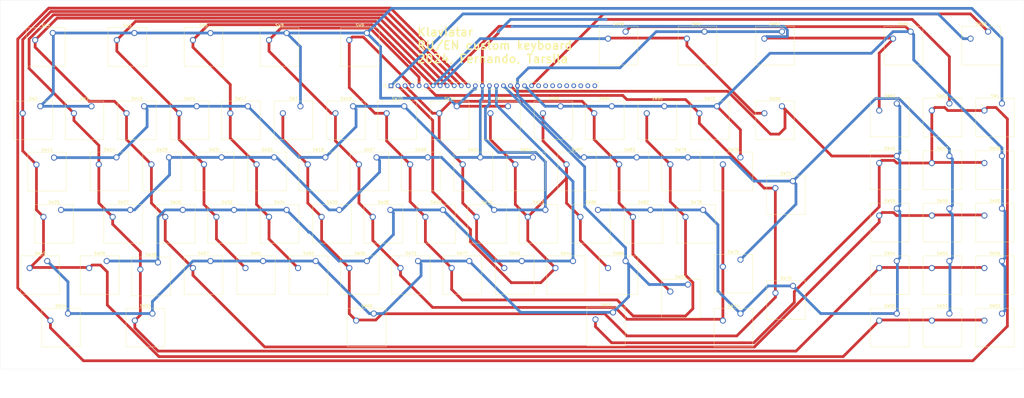
<source format=kicad_pcb>
(kicad_pcb (version 20240225) (generator "pcbnew") (generator_version "8.99")
  (layers (0 "F.Cu" signal) (31 "B.Cu" signal) (34 "B.Paste" user) (35 "F.Paste" user) (36 "B.SilkS" user "B.Silkscreen") (37 "F.SilkS" user "F.Silkscreen") (38 "B.Mask" user) (39 "F.Mask" user) (44 "Edge.Cuts" user))
  (net 0 "")
  (net 1 "/XT1_{1}")
  (net 2 "/XT2_{1}")
  (net 3 "/XT1_{2}")
  (net 4 "/XT1_{3}")
  (net 5 "/XT1_{4}")
  (net 6 "/XT1_{5}")
  (net 7 "/XT1_{6}")
  (net 8 "/XT1_{7}")
  (net 9 "/XT1_{8}")
  (net 10 "/XT1_{9}")
  (net 11 "/XT1_{10}")
  (net 12 "/XT1_{11}")
  (net 13 "/XT2_{2}")
  (net 14 "/XT2_{5}")
  (net 15 "/XT2_{3}")
  (net 16 "/XT2_{4}")
  (net 17 "/XT2_{6}")
  (net 18 "/XT2_{7}")
  (net 19 "/XT2_{8}")
  (net 20 "/XT1_{12}")
  (net 21 "/XT2_{9}")
  (footprint "Button_Switch_Keyboard:SW_Cherry_MX_1.00u_Plate" (layer "F.Cu") (at 261.04 72.42)
    (property "Reference" "SW80")
    (property "Value" "=")
  )
  (footprint "Button_Switch_Keyboard:SW_Cherry_MX_1.00u_Plate" (layer "F.Cu") (at 364.04 147.42)
    (property "Reference" "SW51")
    (property "Value" "UDAL")
  )
  (footprint "Button_Switch_Keyboard:SW_Cherry_MX_1.00u_Plate" (layer "F.Cu") (at 153.54 128.42)
    (property "Reference" "SW36")
    (property "Value" "B")
  )
  (footprint "Button_Switch_Keyboard:SW_Cherry_MX_1.00u_Plate" (layer "F.Cu") (at 280.04 72.42)
    (property "Reference" "SW72")
    (property "Value" "PEU")
  )
  (footprint "Button_Switch_Keyboard:SW_Cherry_MX_1.00u_Plate" (layer "F.Cu") (at 38.04 128.42)
    (property "Reference" "SW49")
    (property "Value" "RUS")
  )
  (footprint "Button_Switch_Keyboard:SW_Cherry_MX_1.00u_Plate" (layer "F.Cu") (at 275.54 45.42)
    (property "Reference" "SW67")
    (property "Value" "F7")
  )
  (footprint "Button_Switch_Keyboard:SW_Cherry_MX_1.00u_Plate" (layer "F.Cu") (at 242.5 147)
    (property "Reference" "SW45")
    (property "Value" "rshift")
  )
  (footprint "Button_Switch_Keyboard:SW_Cherry_MX_1.00u_Plate" (layer "F.Cu") (at 194.54 90.92)
    (property "Reference" "SW21")
    (property "Value" "I")
  )
  (footprint "Button_Switch_Keyboard:SW_Cherry_MX_1.00u_Plate" (layer "F.Cu") (at 73.04 72.42)
    (property "Reference" "SW15")
    (property "Value" "@")
  )
  (footprint "Button_Switch_Keyboard:SW_Cherry_MX_1.00u_Plate" (layer "F.Cu") (at 120.04 90.92)
    (property "Reference" "SW33")
    (property "Value" "R")
  )
  (footprint "Button_Switch_Keyboard:SW_Cherry_MX_1.00u_Plate" (layer "F.Cu") (at 40.5 91)
    (property "Reference" "SW13")
    (property "Value" "Tab")
  )
  (footprint "Button_Switch_Keyboard:SW_Cherry_MX_1.00u_Plate" (layer "F.Cu") (at 82.04 90.92)
    (property "Reference" "SW29")
    (property "Value" "W")
  )
  (footprint "Button_Switch_Keyboard:SW_Cherry_MX_1.00u_Plate" (layer "F.Cu") (at 175.54 90.92)
    (property "Reference" "SW39")
    (property "Value" "U")
  )
  (footprint "Button_Switch_Keyboard:SW_Cherry_MX_1.00u_Plate" (layer "F.Cu") (at 143.54 109.92)
    (property "Reference" "SW35")
    (property "Value" "G")
  )
  (footprint "Button_Switch_Keyboard:SW_Cherry_MX_1.00u_Plate" (layer "F.Cu") (at 156.04 147.42)
    (property "Reference" "SW69")
    (property "Value" "space")
  )
  (footprint "Button_Switch_Keyboard:SW_Cherry_MX_1.00u_Plate" (layer "F.Cu") (at 269.54 136.92)
    (property "Reference" "SW81")
    (property "Value" "left")
  )
  (footprint "Button_Switch_Keyboard:SW_Cherry_MX_1.00u_Plate" (layer "F.Cu") (at 383.04 71.42)
    (property "Reference" "SW1")
    (property "Value" "\"-\"")
  )
  (footprint "Button_Switch_Keyboard:SW_Cherry_MX_1.00u_Plate" (layer "F.Cu") (at 383.04 90.42)
    (property "Reference" "SW48")
    (property "Value" "NUM9")
  )
  (footprint "Button_Switch_Keyboard:SW_Cherry_MX_1.00u_Plate" (layer "F.Cu") (at 378.04 45.42)
    (property "Reference" "SW89")
    (property "Value" "F10")
  )
  (footprint "Button_Switch_Keyboard:SW_Cherry_MX_1.00u_Plate" (layer "F.Cu") (at 69.54 45.92)
    (property "Reference" "SW5")
    (property "Value" "F2")
  )
  (footprint "Button_Switch_Keyboard:SW_Cherry_MX_1.00u_Plate" (layer "F.Cu") (at 288.54 147.42)
    (property "Reference" "SW74")
    (property "Value" "down")
  )
  (footprint "Button_Switch_Keyboard:SW_Cherry_MX_1.00u_Plate" (layer "F.Cu") (at 40.04 45.92)
    (property "Reference" "SW4")
    (property "Value" "F1")
  )
  (footprint "Button_Switch_Keyboard:SW_Cherry_MX_1.00u_Plate" (layer "F.Cu") (at 110.54 72.42)
    (property "Reference" "SW17")
    (property "Value" "$")
  )
  (footprint "Button_Switch_Keyboard:SW_Cherry_MX_1.00u_Plate" (layer "F.Cu") (at 59.54 128.42)
    (property "Reference" "SW26")
    (property "Value" "DOL")
  )
  (footprint "Button_Switch_Keyboard:SW_Cherry_MX_1.00u_Plate" (layer "F.Cu") (at 204.54 72.42)
    (property "Reference" "SW11")
    (property "Value" "(")
  )
  (footprint "Button_Switch_Keyboard:SW_Cherry_MX_1.00u_Plate" (layer "F.Cu") (at 45.54 147.42)
    (property "Reference" "SW24")
    (property "Value" "lshift")
  )
  (footprint "Button_Switch_Keyboard:SW_Cherry_MX_1.00u_Plate" (layer "F.Cu") (at 345.04 71.42)
    (property "Reference" "SW62")
    (property "Value" "NUM")
  )
  (footprint "Button_Switch_Keyboard:SW_Cherry_MX_1.00u_Plate" (layer "F.Cu") (at 87.04 109.92)
    (property "Reference" "SW30")
    (property "Value" "S")
  )
  (footprint "Button_Switch_Keyboard:SW_Cherry_MX_1.00u_Plate" (layer "F.Cu") (at 181.04 109.92)
    (property "Reference" "SW40")
    (property "Value" "J")
  )
  (footprint "Button_Switch_Keyboard:SW_Cherry_MX_1.00u_Plate" (layer "F.Cu") (at 307.54 137.42)
    (property "Reference" "SW70")
    (property "Value" "right")
  )
  (footprint "Connector_PinHeader_2.54mm:PinHeader_1x30_P2.54mm_Vertical" (layer "F.Cu") (at 162.26 65 90)
    (property "Reference" "J1")
    (property "Value" "Conn_01x30")
  )
  (footprint "Button_Switch_Keyboard:SW_Cherry_MX_1.00u_Plate" (layer "F.Cu") (at 256.04 109.92)
    (property "Reference" "SW82")
    (property "Value" "\"")
  )
  (footprint "Button_Switch_Keyboard:SW_Cherry_MX_1.00u_Plate" (layer "F.Cu") (at 54.04 72.42)
    (property "Reference" "SW3")
    (property "Value" "!")
  )
  (footprint "Button_Switch_Keyboard:SW_Cherry_MX_1.00u_Plate" (layer "F.Cu") (at 186.04 72.42)
    (property "Reference" "SW10")
    (property "Value" "*")
  )
  (footprint "Button_Switch_Keyboard:SW_Cherry_MX_1.00u_Plate" (layer "F.Cu") (at 345.04 147.42)
    (property "Reference" "SW50")
    (property "Value" "NUM0")
  )
  (footprint "Button_Switch_Keyboard:SW_Cherry_MX_1.00u_Plate" (layer "F.Cu") (at 63.04 90.92)
    (property "Reference" "SW14")
    (property "Value" "Q")
  )
  (footprint "Button_Switch_Keyboard:SW_Cherry_MX_1.00u_Plate" (layer "F.Cu") (at 275.04 109.92)
    (property "Reference" "SW78")
    (property "Value" "\\~")
  )
  (footprint "Button_Switch_Keyboard:SW_Cherry_MX_1.00u_Plate" (layer "F.Cu") (at 350.04 45.42)
    (property "Reference" "SW64")
    (property "Value" "F9")
  )
  (footprint "Button_Switch_Keyboard:SW_Cherry_MX_1.00u_Plate" (layer "F.Cu") (at 383.04 147.42)
    (property "Reference" "SW52")
    (property "Value" "+")
  )
  (footprint "Button_Switch_Keyboard:SW_Cherry_MX_1.00u_Plate" (layer "F.Cu") (at 228.04 128.42)
    (property "Reference" "SW44")
    (property "Value" ">")
  )
  (footprint "Button_Switch_Keyboard:SW_Cherry_MX_1.00u_Plate" (layer "F.Cu") (at 345.04 109.42)
    (property "Reference" "SW58")
    (property "Value" "NUM4")
  )
  (footprint "Button_Switch_Keyboard:SW_Cherry_MX_1.00u_Plate" (layer "F.Cu") (at 35.54 72.42)
    (property "Reference" "SW2")
    (property "Value" "ESC")
  )
  (footprint "Button_Switch_Keyboard:SW_Cherry_MX_1.00u_Plate" (layer "F.Cu") (at 247.04 45.42)
    (property "Reference" "SW68")
    (property "Value" "F6")
  )
  (footprint "Button_Switch_Keyboard:SW_Cherry_MX_1.00u_Plate" (layer "F.Cu") (at 138.54 90.92)
    (property "Reference" "SW18")
    (property "Value" "T")
  )
  (footprint "Button_Switch_Keyboard:SW_Cherry_MX_1.00u_Plate" (layer "F.Cu") (at 78.04 128.92)
    (property "Reference" "SW28")
    (property "Value" "Z")
  )
  (footprint "Button_Switch_Keyboard:SW_Cherry_MX_1.00u_Plate" (layer "F.Cu") (at 383.04 109.42)
    (property "Reference" "SW60")
    (property "Value" "NUM6")
  )
  (footprint "Button_Switch_Keyboard:SW_Cherry_MX_1.00u_Plate" (layer "F.Cu") (at 213.54 90.92)
    (property "Reference" "SW22")
    (property "Value" "O")
  )
  (footprint "Button_Switch_Keyboard:SW_Cherry_MX_1.00u_Plate" (layer "F.Cu") (at 43.04 109.92)
    (property "Reference" "SW25")
    (property "Value" "caps")
  )
  (footprint "Button_Switch_Keyboard:SW_Cherry_MX_1.00u_Plate" (layer "F.Cu") (at 97.04 45.92)
    (property "Reference" "SW6")
    (property "Value" "F3")
  )
  (footprint "Button_Switch_Keyboard:SW_Cherry_MX_1.00u_Plate" (layer "F.Cu") (at 162.04 109.92)
    (property "Reference" "SW38")
    (property "Value" "H")
  )
  (footprint "Button_Switch_Keyboard:SW_Cherry_MX_1.00u_Plate" (layer "F.Cu") (at 124.54 45.92)
    (property "Reference" "SW8")
    (property "Value" "F4")
  )
  (footprint "Button_Switch_Keyboard:SW_Cherry_MX_1.00u_Plate" (layer "F.Cu") (at 209.54 128.42)
    (property "Reference" "SW42")
    (property "Value" "<")
  )
  (footprint "Button_Switch_Keyboard:SW_Cherry_MX_1.00u_Plate" (layer "F.Cu") (at 172.04 128.42)
    (property "Reference" "SW73")
    (property "Value" "N")
  )
  (footprint "Button_Switch_Keyboard:SW_Cherry_MX_1.00u_Plate" (layer "F.Cu") (at 364.04 128.42)
    (property "Reference" "SW55")
    (property "Value" "NUM2")
  )
  (footprint "Button_Switch_Keyboard:SW_Cherry_MX_1.00u_Plate" (layer "F.Cu") (at 269.54 90.92)
    (property "Reference" "SW79")
    (property "Value" "]")
  )
  (footprint "Button_Switch_Keyboard:SW_Cherry_MX_1.00u_Plate" (layer "F.Cu") (at 307.5 99.5)
    (property "Reference" "SW71")
    (property "Value" "enter")
  )
  (footprint "Button_Switch_Keyboard:SW_Cherry_MX_1.00u_Plate" (layer "F.Cu") (at 247.04 128.42)
    (property "Reference" "SW85")
    (property "Value" "?")
  )
  (footprint "Button_Switch_Keyboard:SW_Cherry_MX_1.00u_Plate" (layer "F.Cu") (at 345.04 128.42)
    (property "Reference" "SW54")
    (property "Value" "KOH")
  )
  (footprint "Button_Switch_Keyboard:SW_Cherry_MX_1.00u_Plate" (layer "F.Cu") (at 153.54 45.92)
    (property "Reference" "SW9")
    (property "Value" "F5")
  )
  (footprint "Button_Switch_Keyboard:SW_Cherry_MX_1.00u_Plate" (layer "F.Cu") (at 364.04 90.42)
    (property "Reference" "SW47")
    (property "Value" "NUM8")
  )
  (footprint "Button_Switch_Keyboard:SW_Cherry_MX_1.00u_Plate" (layer "F.Cu") (at 242.04 72.42)
    (property "Reference" "SW84")
    (property "Value" "_")
  )
  (footprint "Button_Switch_Keyboard:SW_Cherry_MX_1.00u_Plate" (layer "F.Cu") (at 251.04 90.92)
    (property "Reference" "SW83")
    (property "Value" "[")
  )
  (footprint "Button_Switch_Keyboard:SW_Cherry_MX_1.00u_Plate" (layer "F.Cu") (at 303.54 72.42)
    (property "Reference" "SW66")
    (property "Value" "back")
  )
  (footprint "Button_Switch_Keyboard:SW_Cherry_MX_1.00u_Plate" (layer "F.Cu") (at 345.04 90.42)
    (property "Reference" "SW46")
    (property "Value" "NUM7")
  )
  (footprint "Button_Switch_Keyboard:SW_Cherry_MX_1.00u_Plate" (layer "F.Cu") (at 232.04 90.92)
    (property "Reference" "SW87")
    (property "Value" "P")
  )
  (footprint "Button_Switch_Keyboard:SW_Cherry_MX_1.00u_Plate" (layer "F.Cu") (at 124.54 109.92)
    (property "Reference" "SW34")
    (property "Value" "F")
  )
  (footprint "Button_Switch_Keyboard:SW_Cherry_MX_1.00u_Plate" (layer "F.Cu") (at 92.04 72.42)
    (property "Reference" "SW16")
    (property "Value" "#")
  )
  (footprint "Button_Switch_Keyboard:SW_Cherry_MX_1.00u_Plate" (layer "F.Cu") (at 288.54 90.92)
    (property "Reference" "SW76")
    (property "Value" "\\")
  )
  (footprint "Button_Switch_Keyboard:SW_Cherry_MX_1.00u_Plate" (layer "F.Cu") (at 135.04 128.42)
    (property "Reference" "SW65")
    (property "Value" "V")
  )
  (footprint "Button_Switch_Keyboard:SW_Cherry_MX_1.00u_Plate" (layer "F.Cu") (at 190.54 128.42)
    (property "Reference" "SW77")
    (property "Value" "M")
  )
  (footprint "Button_Switch_Keyboard:SW_Cherry_MX_1.00u_Plate" (layer "F.Cu") (at 116.04 128.42)
    (property "Reference" "SW61")
    (property "Value" "C")
  )
  (footprint "Button_Switch_Keyboard:SW_Cherry_MX_1.00u_Plate" (layer "F.Cu") (at 105.54 109.92)
    (property "Reference" "SW32")
    (property "Value" "D")
  )
  (footprint "Button_Switch_Keyboard:SW_Cherry_MX_1.00u_Plate" (layer "F.Cu") (at 68.04 109.92)
    (property "Reference" "SW27")
    (property "Value" "A")
  )
  (footprint "Button_Switch_Keyboard:SW_Cherry_MX_1.00u_Plate" (layer "F.Cu") (at 97.04 128.42)
    (property "Reference" "SW57")
    (property "Value" "X")
  )
  (footprint "Button_Switch_Keyboard:SW_Cherry_MX_1.00u_Plate" (layer "F.Cu") (at 148.54 72.42)
    (property "Reference" "SW19")
    (property "Value" "^")
  )
  (footprint "Button_Switch_Keyboard:SW_Cherry_MX_1.00u_Plate" (layer "F.Cu") (at 129.54 72.42)
    (property "Reference" "SW7")
    (property "Value" "%")
  )
  (footprint "Button_Switch_Keyboard:SW_Cherry_MX_1.00u_Plate" (layer "F.Cu") (at 167.04 72.42)
    (property "Reference" "SW20")
    (property "Value" "&")
  )
  (footprint "Button_Switch_Keyboard:SW_Cherry_MX_1.00u_Plate" (layer "F.Cu") (at 237.04 109.92)
    (property "Reference" "SW86")
    (property "Value" ";")
  )
  (footprint "Button_Switch_Keyboard:SW_Cherry_MX_1.00u_Plate" (layer "F.Cu") (at 383.04 128.42)
    (property "Reference" "SW56")
    (property "Value" "NUM3")
  )
  (footprint "Button_Switch_Keyboard:SW_Cherry_MX_1.00u_Plate" (layer "F.Cu") (at 303.54 45.42)
    (property "Reference" "SW63")
    (property "Value" "F8")
  )
  (footprint "Button_Switch_Keyboard:SW_Cherry_MX_1.00u_Plate" (layer "F.Cu") (at 76.04 147.42)
    (property "Reference" "SW53")
    (property "Value" "FUNC")
  )
  (footprint "Button_Switch_Keyboard:SW_Cherry_MX_1.00u_Plate" (layer "F.Cu") (at 223.54 72.42)
    (property "Reference" "SW88")
    (property "Value" ")")
  )
  (footprint "Button_Switch_Keyboard:SW_Cherry_MX_1.00u_Plate" (layer "F.Cu") (at 101.04 90.92)
    (property "Reference" "SW31")
    (property "Value" "E")
  )
  (footprint "Button_Switch_Keyboard:SW_Cherry_MX_1.00u_Plate" (layer "F.Cu") (at 364.04 109.42)
    (property "Reference" "SW59")
    (property "Value" "NUM5")
  )
  (footprint "Button_Switch_Keyboard:SW_Cherry_MX_1.00u_Plate" (layer "F.Cu") (at 218.04 109.92)
    (property "Reference" "SW43")
    (property "Value" "L")
  )
  (footprint "Button_Switch_Keyboard:SW_Cherry_MX_1.00u_Plate" (layer "F.Cu") (at 199.54 109.92)
    (property "Reference" "SW41")
    (property "Value" "K")
  )
  (footprint "Button_Switch_Keyboard:SW_Cherry_MX_1.00u_Plate" (layer "F.Cu") (at 288.54 127.92)
    (property "Reference" "SW75")
    (property "Value" "up")
  )
  (footprint "Button_Switch_Keyboard:SW_Cherry_MX_1.00u_Plate" (layer "F.Cu") (at 157.04 90.92)
    (property "Reference" "SW37")
    (property "Value" "Y")
  )
  (footprint "Button_Switch_Keyboard:SW_Cherry_MX_1.00u_Plate" (layer "F.Cu") (at 364.04 71.42)
    (property "Reference" "SW12")
    (property "Value" "stop")
  )
  (gr_rect (start 21 34) (end 391 167.5) (stroke (width 0.05)) (fill none) (layer "Edge.Cuts"))
  (gr_text "Klaviatar\nRU/EN custom keyboard\n2024, Fernando, Tarsila" (at 171.5 57 0) (layer "F.SilkS") (effects (font (size 3 3) (thickness 0.5) (bold yes)) (justify left bottom)))
  (segment (start 339.65 92) (end 338.69 92.96) (width 1) (layer "F.Cu") (net 1))
  (segment (start 362.360001 72.860001) (end 363.46 73.96) (width 1) (layer "F.Cu") (net 1))
  (segment (start 385 152) (end 385 77) (width 1) (layer "F.Cu") (net 1))
  (segment (start 357.69 73.96) (end 357.69 92.96) (width 1) (layer "F.Cu") (net 1))
  (segment (start 162.12 36.92) (end 38.58 36.92) (width 1) (layer "F.Cu") (net 1))
  (segment (start 377.789999 72.860001) (end 376.69 73.96) (width 1) (layer "F.Cu") (net 1))
  (segment (start 338.69 92.96) (end 338.69 108.815585) (width 1) (layer "F.Cu") (net 1))
  (segment (start 385 77) (end 380.860001 72.860001) (width 1) (layer "F.Cu") (net 1))
  (segment (start 357.69 92.96) (end 357.9 92.75) (width 1) (layer "F.Cu") (net 1))
  (segment (start 39.19 149.96) (end 39.19 152.579087) (width 1) (layer "F.Cu") (net 1))
  (segment (start 338.69 108.815585) (end 308 139.505585) (width 1) (layer "F.Cu") (net 1))
  (segment (start 308 143.389087) (end 293.389087 158) (width 1) (layer "F.Cu") (net 1))
  (segment (start 357.69 92.96) (end 345.034415 92.96) (width 1) (layer "F.Cu") (net 1))
  (segment (start 241.990913 158) (end 236.15 152.159087) (width 1) (layer "F.Cu") (net 1))
  (segment (start 27.39 48.11) (end 27.39 138.16) (width 1) (layer "F.Cu") (net 1))
  (segment (start 357.9 92.75) (end 376.48 92.75) (width 1) (layer "F.Cu") (net 1))
  (segment (start 39.19 152.579087) (end 51.110913 164.5) (width 1) (layer "F.Cu") (net 1))
  (segment (start 358.789999 72.860001) (end 362.360001 72.860001) (width 1) (layer "F.Cu") (net 1))
  (segment (start 51.110913 164.5) (end 372.5 164.5) (width 1) (layer "F.Cu") (net 1))
  (segment (start 190.2 65) (end 162.12 36.92) (width 1) (layer "F.Cu") (net 1))
  (segment (start 345.034415 92.96) (end 344.074415 92) (width 1) (layer "F.Cu") (net 1))
  (segment (start 380.860001 72.860001) (end 377.789999 72.860001) (width 1) (layer "F.Cu") (net 1))
  (segment (start 372.5 164.5) (end 385 152) (width 1) (layer "F.Cu") (net 1))
  (segment (start 376.48 92.75) (end 376.69 92.96) (width 1) (layer "F.Cu") (net 1))
  (segment (start 344.074415 92) (end 339.65 92) (width 1) (layer "F.Cu") (net 1))
  (segment (start 27.39 138.16) (end 39.19 149.96) (width 1) (layer "F.Cu") (net 1))
  (segment (start 38.58 36.92) (end 27.39 48.11) (width 1) (layer "F.Cu") (net 1))
  (segment (start 236.15 152.159087) (end 236.15 149.54) (width 1) (layer "F.Cu") (net 1))
  (segment (start 363.46 73.96) (end 376.69 73.96) (width 1) (layer "F.Cu") (net 1))
  (segment (start 293.389087 158) (end 241.990913 158) (width 1) (layer "F.Cu") (net 1))
  (segment (start 357.69 73.96) (end 358.789999 72.860001) (width 1) (layer "F.Cu") (net 1))
  (segment (start 308 139.505585) (end 308 143.389087) (width 1) (layer "F.Cu") (net 1))
  (segment (start 186.04 72.42) (end 204.54 72.42) (width 1) (layer "F.Cu") (net 2))
  (segment (start 192.74 65) (end 192.74 66.24) (width 1) (layer "B.Cu") (net 2))
  (segment (start 372.165585 37) (end 162.46 37) (width 1) (layer "B.Cu") (net 2))
  (segment (start 186.04 72.42) (end 183.12 69.5) (width 1) (layer "B.Cu") (net 2))
  (segment (start 40.04 45.92) (end 40.04 46.04) (width 1) (layer "B.Cu") (net 2))
  (segment (start 192.22 66.24) (end 186.04 72.42) (width 1) (layer "B.Cu") (net 2))
  (segment (start 40.25 46.25) (end 40.25 67.71) (width 1) (layer "B.Cu") (net 2))
  (segment (start 54.04 72.42) (end 35.54 72.42) (width 1) (layer "B.Cu") (net 2))
  (segment (start 158.5 69.5) (end 158.5 50.88) (width 1) (layer "B.Cu") (net 2))
  (segment (start 158.5 50.88) (end 153.54 45.92) (width 1) (layer "B.Cu") (net 2))
  (segment (start 183.12 69.5) (end 158.5 69.5) (width 1) (layer "B.Cu") (net 2))
  (segment (start 40.04 46.04) (end 40.25 46.25) (width 1) (layer "B.Cu") (net 2))
  (segment (start 40.04 45.92) (end 69.54 45.92) (width 1) (layer "B.Cu") (net 2))
  (segment (start 129.54 72.42) (end 129.54 50.92) (width 1) (layer "B.Cu") (net 2))
  (segment (start 69.54 45.92) (end 97.04 45.92) (width 1) (layer "B.Cu") (net 2))
  (segment (start 129.54 50.92) (end 124.54 45.92) (width 1) (layer "B.Cu") (net 2))
  (segment (start 383.04 47.874415) (end 372.165585 37) (width 1) (layer "B.Cu") (net 2))
  (segment (start 383.04 71.42) (end 383.04 47.874415) (width 1) (layer "B.Cu") (net 2))
  (segment (start 97.04 45.92) (end 124.54 45.92) (width 1) (layer "B.Cu") (net 2))
  (segment (start 40.25 67.71) (end 35.54 72.42) (width 1) (layer "B.Cu") (net 2))
  (segment (start 162.46 37) (end 153.54 45.92) (width 1) (layer "B.Cu") (net 2))
  (segment (start 192.74 66.24) (end 192.22 66.24) (width 1) (layer "B.Cu") (net 2))
  (segment (start 124.54 45.92) (end 153.54 45.92) (width 1) (layer "B.Cu") (net 2))
  (segment (start 52.98 130.75) (end 53.19 130.96) (width 1) (layer "F.Cu") (net 3))
  (segment (start 357.48 149.75) (end 357.69 149.96) (width 1) (layer "F.Cu") (net 3))
  (segment (start 34.15 109.92) (end 36.69 112.46) (width 1) (layer "F.Cu") (net 3))
  (segment (start 187.66 65) (end 160.78 38.12) (width 1) (layer "F.Cu") (net 3))
  (segment (start 29.19 48.31) (end 29.19 74.96) (width 1) (layer "F.Cu") (net 3))
  (segment (start 34.15 93.54) (end 34.15 109.92) (width 1) (layer "F.Cu") (net 3))
  (segment (start 39.38 38.12) (end 29.19 48.31) (width 1) (layer "F.Cu") (net 3))
  (segment (start 59.75 132.360913) (end 57.249088 129.860001) (width 1) (layer "F.Cu") (net 3))
  (segment (start 54.289999 129.860001) (end 53.19 130.96) (width 1) (layer "F.Cu") (net 3))
  (segment (start 57.249088 129.860001) (end 54.289999 129.860001) (width 1) (layer "F.Cu") (net 3))
  (segment (start 338.69 149.96) (end 325.65 163) (width 1) (layer "F.Cu") (net 3))
  (segment (start 357.9 149.75) (end 357.69 149.96) (width 1) (layer "F.Cu") (net 3))
  (segment (start 59.75 144.336143) (end 59.75 132.360913) (width 1) (layer "F.Cu") (net 3))
  (segment (start 338.69 149.96) (end 338.9 149.75) (width 1) (layer "F.Cu") (net 3))
  (segment (start 160.78 38.12) (end 39.38 38.12) (width 1) (layer "F.Cu") (net 3))
  (segment (start 36.69 112.46) (end 36.69 125.96) (width 1) (layer "F.Cu") (net 3))
  (segment (start 376.48 149.75) (end 357.9 149.75) (width 1) (layer "F.Cu") (net 3))
  (segment (start 29.19 88.58) (end 34.15 93.54) (width 1) (layer "F.Cu") (net 3))
  (segment (start 36.69 125.96) (end 31.69 130.96) (width 1) (layer "F.Cu") (net 3))
  (segment (start 31.9 130.75) (end 52.98 130.75) (width 1) (layer "F.Cu") (net 3))
  (segment (start 376.69 149.96) (end 376.48 149.75) (width 1) (layer "F.Cu") (net 3))
  (segment (start 29.19 74.96) (end 29.19 88.58) (width 1) (layer "F.Cu") (net 3))
  (segment (start 325.65 163) (end 78.413857 163) (width 1) (layer "F.Cu") (net 3))
  (segment (start 338.9 149.75) (end 357.48 149.75) (width 1) (layer "F.Cu") (net 3))
  (segment (start 31.69 130.96) (end 31.9 130.75) (width 1) (layer "F.Cu") (net 3))
  (segment (start 78.413857 163) (end 59.75 144.336143) (width 1) (layer "F.Cu") (net 3))
  (segment (start 185.12 65) (end 159.44 39.32) (width 1) (layer "F.Cu") (net 4))
  (segment (start 69.69 152.579087) (end 69.69 149.96) (width 1) (layer "F.Cu") (net 4))
  (segment (start 338.9 130.75) (end 357.48 130.75) (width 1) (layer "F.Cu") (net 4))
  (segment (start 56.69 107.46) (end 61.69 112.46) (width 1) (layer "F.Cu") (net 4))
  (segment (start 40.284415 39.32) (end 31.5 48.104415) (width 1) (layer "F.Cu") (net 4))
  (segment (start 376.48 130.75) (end 376.69 130.96) (width 1) (layer "F.Cu") (net 4))
  (segment (start 71.69 125.079087) (end 71.69 131.46) (width 1) (layer "F.Cu") (net 4))
  (segment (start 338.69 130.96) (end 338.9 130.75) (width 1) (layer "F.Cu") (net 4))
  (segment (start 71.69 131.46) (end 71.69 147.96) (width 1) (layer "F.Cu") (net 4))
  (segment (start 357.48 130.75) (end 357.69 130.96) (width 1) (layer "F.Cu") (net 4))
  (segment (start 357.69 130.96) (end 357.9 130.75) (width 1) (layer "F.Cu") (net 4))
  (segment (start 61.69 115.079087) (end 71.69 125.079087) (width 1) (layer "F.Cu") (net 4))
  (segment (start 338.69 130.96) (end 308.65 161) (width 1) (layer "F.Cu") (net 4))
  (segment (start 56.69 93.46) (end 56.69 107.46) (width 1) (layer "F.Cu") (net 4))
  (segment (start 47.69 77.579087) (end 56.69 86.579087) (width 1) (layer "F.Cu") (net 4))
  (segment (start 159.44 39.32) (end 40.284415 39.32) (width 1) (layer "F.Cu") (net 4))
  (segment (start 31.5 48.104415) (end 31.5 58.77) (width 1) (layer "F.Cu") (net 4))
  (segment (start 71.69 147.96) (end 69.69 149.96) (width 1) (layer "F.Cu") (net 4))
  (segment (start 56.69 86.579087) (end 56.69 93.46) (width 1) (layer "F.Cu") (net 4))
  (segment (start 47.69 74.96) (end 47.69 77.579087) (width 1) (layer "F.Cu") (net 4))
  (segment (start 61.69 112.46) (end 61.69 115.079087) (width 1) (layer "F.Cu") (net 4))
  (segment (start 31.5 58.77) (end 47.69 74.96) (width 1) (layer "F.Cu") (net 4))
  (segment (start 78.110913 161) (end 69.69 152.579087) (width 1) (layer "F.Cu") (net 4))
  (segment (start 308.65 161) (end 78.110913 161) (width 1) (layer "F.Cu") (net 4))
  (segment (start 357.9 130.75) (end 376.48 130.75) (width 1) (layer "F.Cu") (net 4))
  (segment (start 358.54 111.96) (end 358.75 111.75) (width 1) (layer "F.Cu") (net 5))
  (segment (start 357.69 111.96) (end 358.54 111.96) (width 1) (layer "F.Cu") (net 5))
  (segment (start 66.69 74.96) (end 66.69 84.46) (width 1) (layer "F.Cu") (net 5))
  (segment (start 343.860001 110.860001) (end 344.96 111.96) (width 1) (layer "F.Cu") (net 5))
  (segment (start 376.48 111.75) (end 376.69 111.96) (width 1) (layer "F.Cu") (net 5))
  (segment (start 80.69 120.96) (end 90.69 130.96) (width 1) (layer "F.Cu") (net 5))
  (segment (start 62.35 70.62) (end 66.69 74.96) (width 1) (layer "F.Cu") (net 5))
  (segment (start 338.69 114.396143) (end 293.586143 159.5) (width 1) (layer "F.Cu") (net 5))
  (segment (start 80.69 112.46) (end 80.69 120.96) (width 1) (layer "F.Cu") (net 5))
  (segment (start 358.75 111.75) (end 376.48 111.75) (width 1) (layer "F.Cu") (net 5))
  (segment (start 66.69 84.46) (end 75.69 93.46) (width 1) (layer "F.Cu") (net 5))
  (segment (start 33.69 51.079087) (end 53.230913 70.62) (width 1) (layer "F.Cu") (net 5))
  (segment (start 33.69 48.46) (end 33.69 51.079087) (width 1) (layer "F.Cu") (net 5))
  (segment (start 182.58 65) (end 158.1 40.52) (width 1) (layer "F.Cu") (net 5))
  (segment (start 339.789999 110.860001) (end 343.860001 110.860001) (width 1) (layer "F.Cu") (net 5))
  (segment (start 116.610913 159.5) (end 90.69 133.579087) (width 1) (layer "F.Cu") (net 5))
  (segment (start 41.63 40.52) (end 33.69 48.46) (width 1) (layer "F.Cu") (net 5))
  (segment (start 344.96 111.96) (end 357.69 111.96) (width 1) (layer "F.Cu") (net 5))
  (segment (start 293.586143 159.5) (end 116.610913 159.5) (width 1) (layer "F.Cu") (net 5))
  (segment (start 53.230913 70.62) (end 62.35 70.62) (width 1) (layer "F.Cu") (net 5))
  (segment (start 75.69 107.46) (end 80.69 112.46) (width 1) (layer "F.Cu") (net 5))
  (segment (start 75.69 93.46) (end 75.69 107.46) (width 1) (layer "F.Cu") (net 5))
  (segment (start 338.69 111.96) (end 339.789999 110.860001) (width 1) (layer "F.Cu") (net 5))
  (segment (start 90.69 133.579087) (end 90.69 130.96) (width 1) (layer "F.Cu") (net 5))
  (segment (start 158.1 40.52) (end 41.63 40.52) (width 1) (layer "F.Cu") (net 5))
  (segment (start 338.69 111.96) (end 338.69 114.396143) (width 1) (layer "F.Cu") (net 5))
  (segment (start 85.69 84.46) (end 94.69 93.46) (width 1) (layer "F.Cu") (net 6))
  (segment (start 63.19 52.46) (end 85.69 74.96) (width 1) (layer "F.Cu") (net 6))
  (segment (start 99.19 112.46) (end 99.19 120.46) (width 1) (layer "F.Cu") (net 6))
  (segment (start 338.69 53.19) (end 338.69 73.96) (width 1) (layer "F.Cu") (net 6))
  (segment (start 85.69 74.96) (end 85.69 84.46) (width 1) (layer "F.Cu") (net 6))
  (segment (start 201.302944 43.5) (end 206 43.5) (width 1) (layer "F.Cu") (net 6))
  (segment (start 99.19 120.46) (end 109.69 130.96) (width 1) (layer "F.Cu") (net 6))
  (segment (start 94.69 107.96) (end 99.19 112.46) (width 1) (layer "F.Cu") (net 6))
  (segment (start 343.69 47.96) (end 343.69 48.19) (width 1) (layer "F.Cu") (net 6))
  (segment (start 343.69 47.96) (end 343.48 47.75) (width 1) (layer "F.Cu") (net 6))
  (segment (start 297.4 47.75) (end 297.19 47.96) (width 1) (layer "F.Cu") (net 6))
  (segment (start 343.69 48.19) (end 338.69 53.19) (width 1) (layer "F.Cu") (net 6))
  (segment (start 156.76 41.72) (end 69.93 41.72) (width 1) (layer "F.Cu") (net 6))
  (segment (start 180.04 65) (end 156.76 41.72) (width 1) (layer "F.Cu") (net 6))
  (segment (start 188 56.802944) (end 201.302944 43.5) (width 1) (layer "F.Cu") (net 6))
  (segment (start 63.19 48.46) (end 63.19 52.46) (width 1) (layer "F.Cu") (net 6))
  (segment (start 343.48 47.75) (end 297.4 47.75) (width 1) (layer "F.Cu") (net 6))
  (segment (start 69.93 41.72) (end 63.19 48.46) (width 1) (layer "F.Cu") (net 6))
  (segment (start 94.69 93.46) (end 94.69 107.96) (width 1) (layer "F.Cu") (net 6))
  (via (at 188 56.802944) (size 0.6) (drill 0.3) (layers "F.Cu" "B.Cu") (net 6))
  (via (at 206 43.5) (size 0.6) (drill 0.3) (layers "F.Cu" "B.Cu") (net 6))
  (segment (start 304.165585 43.5) (end 206 43.5) (width 1) (layer "B.Cu") (net 6))
  (segment (start 305.5 44.834415) (end 304.165585 43.5) (width 1) (layer "B.Cu") (net 6))
  (segment (start 297.19 47.96) (end 297.93 47.22) (width 1) (layer "B.Cu") (net 6))
  (segment (start 180.04 64.762944) (end 180.04 65) (width 1) (layer "B.Cu") (net 6))
  (segment (start 188 56.802944) (end 180.04 64.762944) (width 1) (layer "B.Cu") (net 6))
  (segment (start 305.5 47) (end 305.5 44.834415) (width 1) (layer "B.Cu") (net 6))
  (segment (start 305.28 47.22) (end 305.5 47) (width 1) (layer "B.Cu") (net 6))
  (segment (start 297.93 47.22) (end 305.28 47.22) (width 1) (layer "B.Cu") (net 6))
  (segment (start 90.69 51.079087) (end 104.19 64.579087) (width 1) (layer "F.Cu") (net 7))
  (segment (start 269.19 50.579087) (end 293.570913 74.96) (width 1) (layer "F.Cu") (net 7))
  (segment (start 90.69 48.46) (end 90.69 51.079087) (width 1) (layer "F.Cu") (net 7))
  (segment (start 96.23 42.92) (end 90.69 48.46) (width 1) (layer "F.Cu") (net 7))
  (segment (start 118.19 112.46) (end 118.19 120.46) (width 1) (layer "F.Cu") (net 7))
  (segment (start 155.42 42.92) (end 96.23 42.92) (width 1) (layer "F.Cu") (net 7))
  (segment (start 293.570913 74.96) (end 297.19 74.96) (width 1) (layer "F.Cu") (net 7))
  (segment (start 113.69 93.46) (end 113.69 107.96) (width 1) (layer "F.Cu") (net 7))
  (segment (start 104.19 64.579087) (end 104.19 74.96) (width 1) (layer "F.Cu") (net 7))
  (segment (start 269.19 47.96) (end 269.19 50.579087) (width 1) (layer "F.Cu") (net 7))
  (segment (start 104.19 83.96) (end 113.69 93.46) (width 1) (layer "F.Cu") (net 7))
  (segment (start 118.19 120.46) (end 128.69 130.96) (width 1) (layer "F.Cu") (net 7))
  (segment (start 177.5 65) (end 155.42 42.92) (width 1) (layer "F.Cu") (net 7))
  (segment (start 104.19 74.96) (end 104.19 83.96) (width 1) (layer "F.Cu") (net 7))
  (segment (start 268.98 47.75) (end 240.9 47.75) (width 1) (layer "F.Cu") (net 7))
  (segment (start 113.69 107.96) (end 118.19 112.46) (width 1) (layer "F.Cu") (net 7))
  (segment (start 269.19 47.96) (end 268.98 47.75) (width 1) (layer "F.Cu") (net 7))
  (segment (start 240.9 47.75) (end 240.69 47.96) (width 1) (layer "F.Cu") (net 7))
  (segment (start 240.69 47.96) (end 194.54 47.96) (width 1) (layer "B.Cu") (net 7))
  (segment (start 194.54 47.96) (end 177.5 65) (width 1) (layer "B.Cu") (net 7))
  (segment (start 287.205634 155.5) (end 247.5 155.5) (width 1) (layer "F.Cu") (net 8))
  (segment (start 301.19 141.515634) (end 287.205634 155.5) (width 1) (layer "F.Cu") (net 8))
  (segment (start 301.15 139.92) (end 301.19 139.96) (width 1) (layer "F.Cu") (net 8))
  (segment (start 137.19 120.96) (end 147.19 130.96) (width 1) (layer "F.Cu") (net 8))
  (segment (start 149.48 149.75) (end 149.69 149.96) (width 1) (layer "F.Cu") (net 8))
  (segment (start 156.75 149.75) (end 149.48 149.75) (width 1) (layer "F.Cu") (net 8))
  (segment (start 178.46 68.5) (end 246 68.5) (width 1) (layer "F.Cu") (net 8))
  (segment (start 297.114415 102.04) (end 301.15 102.04) (width 1) (layer "F.Cu") (net 8))
  (segment (start 147.19 147.46) (end 149.69 149.96) (width 1) (layer "F.Cu") (net 8))
  (segment (start 301.19 139.96) (end 301.19 141.515634) (width 1) (layer "F.Cu") (net 8))
  (segment (start 273.69 74.96) (end 273.69 78.615585) (width 1) (layer "F.Cu") (net 8))
  (segment (start 174.96 65) (end 178.46 68.5) (width 1) (layer "F.Cu") (net 8))
  (segment (start 123.19 74.96) (end 123.19 84.46) (width 1) (layer "F.Cu") (net 8))
  (segment (start 147.19 130.96) (end 147.19 147.46) (width 1) (layer "F.Cu") (net 8))
  (segment (start 247.5 70) (end 268.73 70) (width 1) (layer "F.Cu") (net 8))
  (segment (start 137.19 112.46) (end 137.19 120.96) (width 1) (layer "F.Cu") (net 8))
  (segment (start 268.73 70) (end 273.69 74.96) (width 1) (layer "F.Cu") (net 8))
  (segment (start 159 147.5) (end 156.75 149.75) (width 1) (layer "F.Cu") (net 8))
  (segment (start 239.5 147.5) (end 159 147.5) (width 1) (layer "F.Cu") (net 8))
  (segment (start 246 68.5) (end 247.5 70) (width 1) (layer "F.Cu") (net 8))
  (segment (start 273.69 78.615585) (end 297.114415 102.04) (width 1) (layer "F.Cu") (net 8))
  (segment (start 132.19 107.46) (end 137.19 112.46) (width 1) (layer "F.Cu") (net 8))
  (segment (start 247.5 155.5) (end 239.5 147.5) (width 1) (layer "F.Cu") (net 8))
  (segment (start 301.15 102.04) (end 301.15 139.92) (width 1) (layer "F.Cu") (net 8))
  (segment (start 123.19 84.46) (end 132.19 93.46) (width 1) (layer "F.Cu") (net 8))
  (segment (start 132.19 93.46) (end 132.19 107.46) (width 1) (layer "F.Cu") (net 8))
  (segment (start 118.19 52.515634) (end 140.634366 74.96) (width 1) (layer "F.Cu") (net 9))
  (segment (start 142.19 84.96) (end 150.69 93.46) (width 1) (layer "F.Cu") (net 9))
  (segment (start 165.69 133.579087) (end 165.69 130.96) (width 1) (layer "F.Cu") (net 9))
  (segment (start 150.69 107.46) (end 155.69 112.46) (width 1) (layer "F.Cu") (net 9))
  (segment (start 243.245585 145.2) (end 177.310913 145.2) (width 1) (layer "F.Cu") (net 9))
  (segment (start 282.19 130.46) (end 282.19 149.96) (width 1) (layer "F.Cu") (net 9))
  (segment (start 154.62 44.12) (end 172.42 61.92) (width 1) (layer "F.Cu") (net 9))
  (segment (start 118.19 48.46) (end 122.53 44.12) (width 1) (layer "F.Cu") (net 9))
  (segment (start 140.634366 74.96) (end 142.19 74.96) (width 1) (layer "F.Cu") (net 9))
  (segment (start 282.19 93.46) (end 282.19 130.46) (width 1) (layer "F.Cu") (net 9))
  (segment (start 155.69 112.46) (end 155.69 120.96) (width 1) (layer "F.Cu") (net 9))
  (segment (start 177.310913 145.2) (end 165.69 133.579087) (width 1) (layer "F.Cu") (net 9))
  (segment (start 122.53 44.12) (end 154.62 44.12) (width 1) (layer "F.Cu") (net 9))
  (segment (start 282.19 149.96) (end 281.73 149.5) (width 1) (layer "F.Cu") (net 9))
  (segment (start 142.19 74.96) (end 142.19 84.96) (width 1) (layer "F.Cu") (net 9))
  (segment (start 247.545585 149.5) (end 243.245585 145.2) (width 1) (layer "F.Cu") (net 9))
  (segment (start 281.73 149.5) (end 247.545585 149.5) (width 1) (layer "F.Cu") (net 9))
  (segment (start 150.69 93.46) (end 150.69 107.46) (width 1) (layer "F.Cu") (net 9))
  (segment (start 155.69 120.96) (end 165.69 130.96) (width 1) (layer "F.Cu") (net 9))
  (segment (start 172.42 61.92) (end 172.42 65) (width 1) (layer "F.Cu") (net 9))
  (segment (start 118.19 48.46) (end 118.19 52.515634) (width 1) (layer "F.Cu") (net 9))
  (segment (start 174.69 121.46) (end 184.19 130.96) (width 1) (layer "F.Cu") (net 10))
  (segment (start 169.19 93.46) (end 169.19 106.96) (width 1) (layer "F.Cu") (net 10))
  (segment (start 169.19 106.96) (end 174.69 112.46) (width 1) (layer "F.Cu") (net 10))
  (segment (start 244 142.5) (end 188 142.5) (width 1) (layer "F.Cu") (net 10))
  (segment (start 184.19 138.69) (end 184.19 130.96) (width 1) (layer "F.Cu") (net 10))
  (segment (start 156.46 74.96) (end 160.69 74.96) (width 1) (layer "F.Cu") (net 10))
  (segment (start 268.69 133.524415) (end 271.34 136.174415) (width 1) (layer "F.Cu") (net 10))
  (segment (start 147.19 48.46) (end 147.19 65.69) (width 1) (layer "F.Cu") (net 10))
  (segment (start 174.69 112.46) (end 174.69 121.46) (width 1) (layer "F.Cu") (net 10))
  (segment (start 148.289999 47.360001) (end 152.240001 47.360001) (width 1) (layer "F.Cu") (net 10))
  (segment (start 152.240001 47.360001) (end 169.88 65) (width 1) (layer "F.Cu") (net 10))
  (segment (start 147.19 48.46) (end 148.289999 47.360001) (width 1) (layer "F.Cu") (net 10))
  (segment (start 271.34 145.66) (end 268.7 148.3) (width 1) (layer "F.Cu") (net 10))
  (segment (start 268.69 112.46) (end 268.69 133.524415) (width 1) (layer "F.Cu") (net 10))
  (segment (start 263.19 93.46) (end 263.19 106.96) (width 1) (layer "F.Cu") (net 10))
  (segment (start 188 142.5) (end 184.19 138.69) (width 1) (layer "F.Cu") (net 10))
  (segment (start 268.7 148.3) (end 249.8 148.3) (width 1) (layer "F.Cu") (net 10))
  (segment (start 271.34 136.174415) (end 271.34 145.66) (width 1) (layer "F.Cu") (net 10))
  (segment (start 147.19 65.69) (end 156.46 74.96) (width 1) (layer "F.Cu") (net 10))
  (segment (start 254.69 74.96) (end 254.69 84.96) (width 1) (layer "F.Cu") (net 10))
  (segment (start 263.19 106.96) (end 268.69 112.46) (width 1) (layer "F.Cu") (net 10))
  (segment (start 249.8 148.3) (end 244 142.5) (width 1) (layer "F.Cu") (net 10))
  (segment (start 254.69 84.96) (end 263.19 93.46) (width 1) (layer "F.Cu") (net 10))
  (segment (start 160.69 74.96) (end 160.69 84.96) (width 1) (layer "F.Cu") (net 10))
  (segment (start 160.69 84.96) (end 169.19 93.46) (width 1) (layer "F.Cu") (net 10))
  (segment (start 184.03 70.62) (end 231.35 70.62) (width 1) (layer "F.Cu") (net 11))
  (segment (start 235.69 74.96) (end 235.69 84.46) (width 1) (layer "F.Cu") (net 11))
  (segment (start 179.69 74.96) (end 184.03 70.62) (width 1) (layer "F.Cu") (net 11))
  (segment (start 193.19 112.46) (end 193.19 120.96) (width 1) (layer "F.Cu") (net 11))
  (segment (start 188.19 107.46) (end 193.19 112.46) (width 1) (layer "F.Cu") (net 11))
  (segment (start 231.35 70.62) (end 235.69 74.96) (width 1) (layer "F.Cu") (net 11))
  (segment (start 179.69 74.96) (end 179.69 84.96) (width 1) (layer "F.Cu") (net 11))
  (segment (start 244.69 107.46) (end 249.69 112.46) (width 1) (layer "F.Cu") (net 11))
  (segment (start 179.69 84.96) (end 188.19 93.46) (width 1) (layer "F.Cu") (net 11))
  (segment (start 167.34 65) (end 177.3 74.96) (width 1) (layer "F.Cu") (net 11))
  (segment (start 249.69 112.46) (end 249.69 125.96) (width 1) (layer "F.Cu") (net 11))
  (segment (start 188.19 93.46) (end 188.19 107.46) (width 1) (layer "F.Cu") (net 11))
  (segment (start 235.69 84.46) (end 244.69 93.46) (width 1) (layer "F.Cu") (net 11))
  (segment (start 249.69 125.96) (end 263.19 139.46) (width 1) (layer "F.Cu") (net 11))
  (segment (start 244.69 93.46) (end 244.69 107.46) (width 1) (layer "F.Cu") (net 11))
  (segment (start 177.3 74.96) (end 179.69 74.96) (width 1) (layer "F.Cu") (net 11))
  (segment (start 193.19 120.96) (end 203.19 130.96) (width 1) (layer "F.Cu") (net 11))
  (segment (start 225.69 93.46) (end 225.69 107.46) (width 1) (layer "F.Cu") (net 12))
  (segment (start 164.8 65) (end 177.34 77.54) (width 1) (layer "F.Cu") (net 12))
  (segment (start 177.34 77.54) (end 177.34 103.35) (width 1) (layer "F.Cu") (net 12))
  (segment (start 225.69 107.46) (end 230.69 112.46) (width 1) (layer "F.Cu") (net 12))
  (segment (start 207.19 93.46) (end 207.19 107.96) (width 1) (layer "F.Cu") (net 12))
  (segment (start 211.69 120.96) (end 221.69 130.96) (width 1) (layer "F.Cu") (net 12))
  (segment (start 211.69 112.46) (end 211.69 120.96) (width 1) (layer "F.Cu") (net 12))
  (segment (start 230.69 112.46) (end 230.69 120.96) (width 1) (layer "F.Cu") (net 12))
  (segment (start 177.34 103.35) (end 191 117.01) (width 1) (layer "F.Cu") (net 12))
  (segment (start 207.19 107.96) (end 211.69 112.46) (width 1) (layer "F.Cu") (net 12))
  (segment (start 198.19 84.46) (end 207.19 93.46) (width 1) (layer "F.Cu") (net 12))
  (segment (start 216.4 136.25) (end 221.69 130.96) (width 1) (layer "F.Cu") (net 12))
  (segment (start 225.69 93.46) (end 225.69 98.46) (width 1) (layer "F.Cu") (net 12))
  (segment (start 230.69 120.96) (end 240.69 130.96) (width 1) (layer "F.Cu") (net 12))
  (segment (start 217.19 84.96) (end 225.69 93.46) (width 1) (layer "F.Cu") (net 12))
  (segment (start 191 117.01) (end 191 121.5) (width 1) (layer "F.Cu") (net 12))
  (segment (start 225.69 98.46) (end 211.69 112.46) (width 1) (layer "F.Cu") (net 12))
  (segment (start 205.75 136.25) (end 216.4 136.25) (width 1) (layer "F.Cu") (net 12))
  (segment (start 198.19 74.96) (end 198.19 84.46) (width 1) (layer "F.Cu") (net 12))
  (segment (start 217.19 74.96) (end 217.19 84.96) (width 1) (layer "F.Cu") (net 12))
  (segment (start 191 121.5) (end 205.75 136.25) (width 1) (layer "F.Cu") (net 12))
  (segment (start 195.28 51.72) (end 195.28 65) (width 1) (layer "F.Cu") (net 13))
  (segment (start 350.579999 41) (end 240 41) (width 1) (layer "F.Cu") (net 13))
  (segment (start 364.04 54.460001) (end 350.579999 41) (width 1) (layer "F.Cu") (net 13))
  (segment (start 201 45.5) (end 201 46) (width 1) (layer "F.Cu") (net 13))
  (segment (start 201 46) (end 195.28 51.72) (width 1) (layer "F.Cu") (net 13))
  (segment (start 364.04 71.42) (end 364.04 54.460001) (width 1) (layer "F.Cu") (net 13))
  (via (at 201 45.5) (size 0.6) (drill 0.3) (layers "F.Cu" "B.Cu") (net 13))
  (via (at 240 41) (size 0.6) (drill 0.3) (layers "F.Cu" "B.Cu") (net 13))
  (segment (start 62.96 91) (end 63.04 90.92) (width 1) (layer "B.Cu") (net 13))
  (segment (start 73.04 72.42) (end 74.139999 73.519999) (width 1) (layer "B.Cu") (net 13))
  (segment (start 148.54 72.42) (end 149.639999 73.519999) (width 1) (layer "B.Cu") (net 13))
  (segment (start 149.639999 73.519999) (end 149.639999 79.820001) (width 1) (layer "B.Cu") (net 13))
  (segment (start 129.04 90.92) (end 138.54 90.92) (width 1) (layer "B.Cu") (net 13))
  (segment (start 195.28 69.609087) (end 194.54 70.349087) (width 1) (layer "B.Cu") (net 13))
  (segment (start 167.04 72.42) (end 185.54 90.92) (width 1) (layer "B.Cu") (net 13))
  (segment (start 92.04 72.42) (end 73.04 72.42) (width 1) (layer "B.Cu") (net 13))
  (segment (start 167.04 72.42) (end 148.54 72.42) (width 1) (layer "B.Cu") (net 13))
  (segment (start 194.54 90.92) (end 213.54 90.92) (width 1) (layer "B.Cu") (net 13))
  (segment (start 74.139999 79.820001) (end 63.04 90.92) (width 1) (layer "B.Cu") (net 13))
  (segment (start 185.54 90.92) (end 194.54 90.92) (width 1) (layer "B.Cu") (net 13))
  (segment (start 240 41) (end 205.5 41) (width 1) (layer "B.Cu") (net 13))
  (segment (start 194.54 70.349087) (end 194.54 90.92) (width 1) (layer "B.Cu") (net 13))
  (segment (start 195.28 65) (end 195.28 69.609087) (width 1) (layer "B.Cu") (net 13))
  (segment (start 110.54 72.42) (end 129.04 90.92) (width 1) (layer "B.Cu") (net 13))
  (segment (start 149.639999 79.820001) (end 138.54 90.92) (width 1) (layer "B.Cu") (net 13))
  (segment (start 74.139999 73.519999) (end 74.139999 79.820001) (width 1) (layer "B.Cu") (net 13))
  (segment (start 110.54 72.42) (end 92.04 72.42) (width 1) (layer "B.Cu") (net 13))
  (segment (start 40.5 91) (end 62.96 91) (width 1) (layer "B.Cu") (net 13))
  (segment (start 205.5 41) (end 201 45.5) (width 1) (layer "B.Cu") (net 13))
  (segment (start 248.139999 141.360001) (end 242.5 147) (width 1) (layer "B.Cu") (net 14))
  (segment (start 232.25 94.35) (end 232.25 108.860913) (width 1) (layer "B.Cu") (net 14))
  (segment (start 45.54 147.42) (end 76.04 147.42) (width 1) (layer "B.Cu") (net 14))
  (segment (start 154.42 147.42) (end 156.04 147.42) (width 1) (layer "B.Cu") (net 14))
  (segment (start 255.54 136.92) (end 247.04 128.42) (width 1) (layer "B.Cu") (net 14))
  (segment (start 135.04 128.42) (end 135.42 128.42) (width 1) (layer "B.Cu") (net 14))
  (segment (start 76.04 143.064415) (end 76.04 147.42) (width 1) (layer "B.Cu") (net 14))
  (segment (start 45.54 135.92) (end 45.54 147.42) (width 1) (layer "B.Cu") (net 14))
  (segment (start 38.04 128.42) (end 45.54 135.92) (width 1) (layer "B.Cu") (net 14))
  (segment (start 97.04 128.42) (end 116.04 128.42) (width 1) (layer "B.Cu") (net 14))
  (segment (start 90.684415 128.42) (end 76.04 143.064415) (width 1) (layer "B.Cu") (net 14))
  (segment (start 173.139999 133.749088) (end 173.139999 129.519999) (width 1) (layer "B.Cu") (net 14))
  (segment (start 97.04 128.42) (end 90.684415 128.42) (width 1) (layer "B.Cu") (net 14))
  (segment (start 190.54 128.42) (end 209.12 147) (width 1) (layer "B.Cu") (net 14))
  (segment (start 209.12 147) (end 242.5 147) (width 1) (layer "B.Cu") (net 14))
  (segment (start 269.54 136.92) (end 255.54 136.92) (width 1) (layer "B.Cu") (net 14))
  (segment (start 248.139999 129.519999) (end 248.139999 141.360001) (width 1) (layer "B.Cu") (net 14))
  (segment (start 232.25 108.860913) (end 247.04 123.650913) (width 1) (layer "B.Cu") (net 14))
  (segment (start 173.139999 129.519999) (end 172.04 128.42) (width 1) (layer "B.Cu") (net 14))
  (segment (start 190.54 128.42) (end 172.04 128.42) (width 1) (layer "B.Cu") (net 14))
  (segment (start 159.469087 147.42) (end 173.139999 133.749088) (width 1) (layer "B.Cu") (net 14))
  (segment (start 156.04 147.42) (end 159.469087 147.42) (width 1) (layer "B.Cu") (net 14))
  (segment (start 247.04 128.42) (end 248.139999 129.519999) (width 1) (layer "B.Cu") (net 14))
  (segment (start 135.04 128.42) (end 116.04 128.42) (width 1) (layer "B.Cu") (net 14))
  (segment (start 202.9 65) (end 232.25 94.35) (width 1) (layer "B.Cu") (net 14))
  (segment (start 135.42 128.42) (end 154.42 147.42) (width 1) (layer "B.Cu") (net 14))
  (segment (start 247.04 123.650913) (end 247.04 128.42) (width 1) (layer "B.Cu") (net 14))
  (segment (start 201.12 89.12) (end 214.62 89.12) (width 1) (layer "B.Cu") (net 15))
  (segment (start 180.54 90.92) (end 199.54 109.92) (width 1) (layer "B.Cu") (net 15))
  (segment (start 120.04 90.92) (end 101.04 90.92) (width 1) (layer "B.Cu") (net 15))
  (segment (start 196.39 73.11) (end 196.39 84.39) (width 1) (layer "B.Cu") (net 15))
  (segment (start 197.82 71.68) (end 196.39 73.11) (width 1) (layer "B.Cu") (net 15))
  (segment (start 68.04 109.92) (end 69.595634 109.92) (width 1) (layer "B.Cu") (net 15))
  (segment (start 139.92 109.92) (end 143.54 109.92) (width 1) (layer "B.Cu") (net 15))
  (segment (start 199.54 109.92) (end 218.04 109.92) (width 1) (layer "B.Cu") (net 15))
  (segment (start 43.04 109.92) (end 68.04 109.92) (width 1) (layer "B.Cu") (net 15))
  (segment (start 120.92 90.92) (end 139.92 109.92) (width 1) (layer "B.Cu") (net 15))
  (segment (start 214.62 89.12) (end 218.04 92.54) (width 1) (layer "B.Cu") (net 15))
  (segment (start 197.82 65) (end 197.82 71.68) (width 1) (layer "B.Cu") (net 15))
  (segment (start 158.139999 92.019999) (end 157.04 90.92) (width 1) (layer "B.Cu") (net 15))
  (segment (start 120.04 90.92) (end 120.92 90.92) (width 1) (layer "B.Cu") (net 15))
  (segment (start 69.595634 109.92) (end 82.25 97.265634) (width 1) (layer "B.Cu") (net 15))
  (segment (start 143.54 109.92) (end 144.469087 109.92) (width 1) (layer "B.Cu") (net 15))
  (segment (start 144.469087 109.92) (end 158.139999 96.249088) (width 1) (layer "B.Cu") (net 15))
  (segment (start 82.04 90.92) (end 101.04 90.92) (width 1) (layer "B.Cu") (net 15))
  (segment (start 82.25 97.265634) (end 82.25 91.13) (width 1) (layer "B.Cu") (net 15))
  (segment (start 175.54 90.92) (end 180.54 90.92) (width 1) (layer "B.Cu") (net 15))
  (segment (start 218.04 92.54) (end 218.04 109.92) (width 1) (layer "B.Cu") (net 15))
  (segment (start 158.139999 96.249088) (end 158.139999 92.019999) (width 1) (layer "B.Cu") (net 15))
  (segment (start 82.25 91.13) (end 82.04 90.92) (width 1) (layer "B.Cu") (net 15))
  (segment (start 196.39 84.39) (end 201.12 89.12) (width 1) (layer "B.Cu") (net 15))
  (segment (start 157.04 90.92) (end 175.54 90.92) (width 1) (layer "B.Cu") (net 15))
  (segment (start 163.139999 118.820001) (end 153.54 128.42) (width 1) (layer "B.Cu") (net 16))
  (segment (start 228.04 99.650913) (end 228.04 128.42) (width 1) (layer "B.Cu") (net 16))
  (segment (start 143.42 128.42) (end 153.54 128.42) (width 1) (layer "B.Cu") (net 16))
  (segment (start 181.04 109.92) (end 199.54 128.42) (width 1) (layer "B.Cu") (net 16))
  (segment (start 80.684415 109.92) (end 87.04 109.92) (width 1) (layer "B.Cu") (net 16))
  (segment (start 163.139999 111.019999) (end 163.139999 118.820001) (width 1) (layer "B.Cu") (net 16))
  (segment (start 200.36 65) (end 200.36 71.970913) (width 1) (layer "B.Cu") (net 16))
  (segment (start 105.54 109.92) (end 124.54 109.92) (width 1) (layer "B.Cu") (net 16))
  (segment (start 78.04 128.92) (end 78.04 112.564415) (width 1) (layer "B.Cu") (net 16))
  (segment (start 124.54 109.92) (end 132.5 117.88) (width 1) (layer "B.Cu") (net 16))
  (segment (start 87.04 109.92) (end 105.54 109.92) (width 1) (layer "B.Cu") (net 16))
  (segment (start 77.54 128.42) (end 78.04 128.92) (width 1) (layer "B.Cu") (net 16))
  (segment (start 78.04 112.564415) (end 80.684415 109.92) (width 1) (layer "B.Cu") (net 16))
  (segment (start 162.04 109.92) (end 163.139999 111.019999) (width 1) (layer "B.Cu") (net 16))
  (segment (start 209.54 128.42) (end 228.04 128.42) (width 1) (layer "B.Cu") (net 16))
  (segment (start 132.5 117.88) (end 132.5 118) (width 1) (layer "B.Cu") (net 16))
  (segment (start 132.5 118) (end 133 118) (width 1) (layer "B.Cu") (net 16))
  (segment (start 199.54 128.42) (end 209.54 128.42) (width 1) (layer "B.Cu") (net 16))
  (segment (start 59.54 128.42) (end 77.54 128.42) (width 1) (layer "B.Cu") (net 16))
  (segment (start 200.36 71.970913) (end 228.04 99.650913) (width 1) (layer "B.Cu") (net 16))
  (segment (start 162.04 109.92) (end 181.04 109.92) (width 1) (layer "B.Cu") (net 16))
  (segment (start 133 118) (end 143.42 128.42) (width 1) (layer "B.Cu") (net 16))
  (segment (start 302.5 82.5) (end 304.639999 80.360001) (width 1) (layer "F.Cu") (net 17))
  (segment (start 299.413857 82.5) (end 302.5 82.5) (width 1) (layer "F.Cu") (net 17))
  (segment (start 303.54 72.42) (end 321.54 90.42) (width 1) (layer "F.Cu") (net 17))
  (segment (start 304.639999 80.360001) (end 304.639999 73.519999) (width 1) (layer "F.Cu") (net 17))
  (segment (start 304.639999 73.519999) (end 303.54 72.42) (width 1) (layer "F.Cu") (net 17))
  (segment (start 207.44 67) (end 283.913857 67) (width 1) (layer "F.Cu") (net 17))
  (segment (start 321.54 90.42) (end 345.04 90.42) (width 1) (layer "F.Cu") (net 17))
  (segment (start 205.44 65) (end 207.44 67) (width 1) (layer "F.Cu") (net 17))
  (segment (start 283.913857 67) (end 299.413857 82.5) (width 1) (layer "F.Cu") (net 17))
  (segment (start 280.39 139.27) (end 288.54 147.42) (width 1) (layer "B.Cu") (net 17))
  (segment (start 275.04 109.92) (end 280.39 115.27) (width 1) (layer "B.Cu") (net 17))
  (segment (start 346.139999 89.320001) (end 345.04 90.42) (width 1) (layer "B.Cu") (net 17))
  (segment (start 307.54 137.42) (end 317.54 147.42) (width 1) (layer "B.Cu") (net 17))
  (segment (start 256.04 109.92) (end 275.04 109.92) (width 1) (layer "B.Cu") (net 17))
  (segment (start 237.04 109.92) (end 256.04 109.92) (width 1) (layer "B.Cu") (net 17))
  (segment (start 345.04 90.42) (end 345.04 90.96) (width 1) (layer "B.Cu") (net 17))
  (segment (start 298.54 137.42) (end 288.54 147.42) (width 1) (layer "B.Cu") (net 17))
  (segment (start 345.25 147.21) (end 345.04 147.42) (width 1) (layer "B.Cu") (net 17))
  (segment (start 346.139999 127.320001) (end 345.04 128.42) (width 1) (layer "B.Cu") (net 17))
  (segment (start 346.139999 92.059999) (end 346.139999 108.320001) (width 1) (layer "B.Cu") (net 17))
  (segment (start 345.04 128.42) (end 345.25 128.63) (width 1) (layer "B.Cu") (net 17))
  (segment (start 317.54 147.42) (end 345.04 147.42) (width 1) (layer "B.Cu") (net 17))
  (segment (start 280.39 115.27) (end 280.39 139.27) (width 1) (layer "B.Cu") (net 17))
  (segment (start 307.54 137.42) (end 298.54 137.42) (width 1) (layer "B.Cu") (net 17))
  (segment (start 346.139999 108.320001) (end 345.04 109.42) (width 1) (layer "B.Cu") (net 17))
  (segment (start 346.139999 110.519999) (end 346.139999 127.320001) (width 1) (layer "B.Cu") (net 17))
  (segment (start 345.25 128.63) (end 345.25 147.21) (width 1) (layer "B.Cu") (net 17))
  (segment (start 345.04 109.42) (end 346.139999 110.519999) (width 1) (layer "B.Cu") (net 17))
  (segment (start 345.04 71.42) (end 346.139999 72.519999) (width 1) (layer "B.Cu") (net 17))
  (segment (start 346.139999 72.519999) (end 346.139999 89.320001) (width 1) (layer "B.Cu") (net 17))
  (segment (start 345.04 90.96) (end 346.139999 92.059999) (width 1) (layer "B.Cu") (net 17))
  (segment (start 258.08 45.42) (end 245 58.5) (width 1) (layer "B.Cu") (net 18))
  (segment (start 364.04 110.46) (end 365.139999 111.559999) (width 1) (layer "B.Cu") (net 18))
  (segment (start 207.98 65) (end 207.98 68.369087) (width 1) (layer "B.Cu") (net 18))
  (segment (start 364.04 90.42) (end 365.139999 91.519999) (width 1) (layer "B.Cu") (net 18))
  (segment (start 364.04 90.42) (end 364.04 87.874415) (width 1) (layer "B.Cu") (net 18))
  (segment (start 293.389087 99.5) (end 307.5 99.5) (width 1) (layer "B.Cu") (net 18))
  (segment (start 365.139999 91.519999) (end 365.139999 108.320001) (width 1) (layer "B.Cu") (net 18))
  (segment (start 337.38 69.62) (end 307.5 99.5) (width 1) (layer "B.Cu") (net 18))
  (segment (start 364.04 87.874415) (end 345.785585 69.62) (width 1) (layer "B.Cu") (net 18))
  (segment (start 364.25 128.63) (end 364.25 147.21) (width 1) (layer "B.Cu") (net 18))
  (segment (start 365.139999 108.320001) (end 364.04 109.42) (width 1) (layer "B.Cu") (net 18))
  (segment (start 245 58.5) (end 212 58.5) (width 1) (layer "B.Cu") (net 18))
  (segment (start 364.25 147.21) (end 364.04 147.42) (width 1) (layer "B.Cu") (net 18))
  (segment (start 232.04 90.92) (end 251.04 90.92) (width 1) (layer "B.Cu") (net 18))
  (segment (start 230.530913 90.92) (end 232.04 90.92) (width 1) (layer "B.Cu") (net 18))
  (segment (start 365.139999 127.320001) (end 364.04 128.42) (width 1) (layer "B.Cu") (net 18))
  (segment (start 365.139999 111.559999) (end 365.139999 127.320001) (width 1) (layer "B.Cu") (net 18))
  (segment (start 308.599999 107.860001) (end 288.54 127.92) (width 1) (layer "B.Cu") (net 18))
  (segment (start 364.04 128.42) (end 364.25 128.63) (width 1) (layer "B.Cu") (net 18))
  (segment (start 364.04 109.42) (end 364.04 110.46) (width 1) (layer "B.Cu") (net 18))
  (segment (start 269.54 90.92) (end 284.809087 90.92) (width 1) (layer "B.Cu") (net 18))
  (segment (start 207.98 68.369087) (end 230.530913 90.92) (width 1) (layer "B.Cu") (net 18))
  (segment (start 308.599999 100.599999) (end 308.599999 107.860001) (width 1) (layer "B.Cu") (net 18))
  (segment (start 307.5 99.5) (end 308.599999 100.599999) (width 1) (layer "B.Cu") (net 18))
  (segment (start 345.785585 69.62) (end 337.38 69.62) (width 1) (layer "B.Cu") (net 18))
  (segment (start 275.54 45.42) (end 258.08 45.42) (width 1) (layer "B.Cu") (net 18))
  (segment (start 284.809087 90.92) (end 293.389087 99.5) (width 1) (layer "B.Cu") (net 18))
  (segment (start 269.54 90.92) (end 251.04 90.92) (width 1) (layer "B.Cu") (net 18))
  (segment (start 303.54 45.42) (end 275.54 45.42) (width 1) (layer "B.Cu") (net 18))
  (segment (start 212 58.5) (end 207.98 62.52) (width 1) (layer "B.Cu") (net 18))
  (segment (start 207.98 62.52) (end 207.98 65) (width 1) (layer "B.Cu") (net 18))
  (segment (start 248.84 43.62) (end 348.24 43.62) (width 1) (layer "F.Cu") (net 19))
  (segment (start 288.54 80.92) (end 288.54 90.92) (width 1) (layer "F.Cu") (net 19))
  (segment (start 247.04 45.42) (end 248.84 43.62) (width 1) (layer "F.Cu") (net 19))
  (segment (start 348.24 43.62) (end 350.04 45.42) (width 1) (layer "F.Cu") (net 19))
  (segment (start 280.04 72.42) (end 288.54 80.92) (width 1) (layer "F.Cu") (net 19))
  (segment (start 383.25 109.21) (end 383.04 109.42) (width 1) (layer "B.Cu") (net 19))
  (segment (start 383.04 109.42) (end 384.139999 110.519999) (width 1) (layer "B.Cu") (net 19))
  (segment (start 351.139999 55.639999) (end 383.04 87.54) (width 1) (layer "B.Cu") (net 19))
  (segment (start 383.25 90.63) (end 383.25 109.21) (width 1) (layer "B.Cu") (net 19))
  (segment (start 383.04 128.42) (end 383.04 129.46) (width 1) (layer "B.Cu") (net 19))
  (segment (start 350.04 45.42) (end 351.139999 46.519999) (width 1) (layer "B.Cu") (net 19))
  (segment (start 210.52 65) (end 217.94 72.42) (width 1) (layer "B.Cu") (net 19))
  (segment (start 343.684415 45.42) (end 335.854415 53.25) (width 1) (layer "B.Cu") (net 19))
  (segment (start 351.139999 46.519999) (end 351.139999 55.639999) (width 1) (layer "B.Cu") (net 19))
  (segment (start 384.139999 127.320001) (end 383.04 128.42) (width 1) (layer "B.Cu") (net 19))
  (segment (start 350.04 45.42) (end 343.684415 45.42) (width 1) (layer "B.Cu") (net 19))
  (segment (start 335.854415 53.25) (end 299.21 53.25) (width 1) (layer "B.Cu") (net 19))
  (segment (start 384.139999 110.519999) (end 384.139999 127.320001) (width 1) (layer "B.Cu") (net 19))
  (segment (start 280.04 72.42) (end 223.54 72.42) (width 1) (layer "B.Cu") (net 19))
  (segment (start 217.94 72.42) (end 223.54 72.42) (width 1) (layer "B.Cu") (net 19))
  (segment (start 383.04 129.46) (end 384.139999 130.559999) (width 1) (layer "B.Cu") (net 19))
  (segment (start 299.21 53.25) (end 280.04 72.42) (width 1) (layer "B.Cu") (net 19))
  (segment (start 383.04 87.54) (end 383.04 90.42) (width 1) (layer "B.Cu") (net 19))
  (segment (start 383.04 90.42) (end 383.25 90.63) (width 1) (layer "B.Cu") (net 19))
  (segment (start 384.139999 130.559999) (end 384.139999 146.320001) (width 1) (layer "B.Cu") (net 19))
  (segment (start 384.139999 146.320001) (end 383.04 147.42) (width 1) (layer "B.Cu") (net 19))
  (segment (start 360 39) (end 368.96 47.96) (width 1) (layer "B.Cu") (net 20))
  (segment (start 162.26 65) (end 188.26 39) (width 1) (layer "B.Cu") (net 20))
  (segment (start 188.26 39) (end 360 39) (width 1) (layer "B.Cu") (net 20))
  (segment (start 368.96 47.96) (end 371.69 47.96) (width 1) (layer "B.Cu") (net 20))
  (segment (start 378.04 45.42) (end 371.62 39) (width 1) (layer "F.Cu") (net 21))
  (segment (start 371.62 39) (end 239.06 39) (width 1) (layer "F.Cu") (net 21))
  (segment (start 239.06 39) (end 213.06 65) (width 1) (layer "F.Cu") (net 21))
)
</source>
